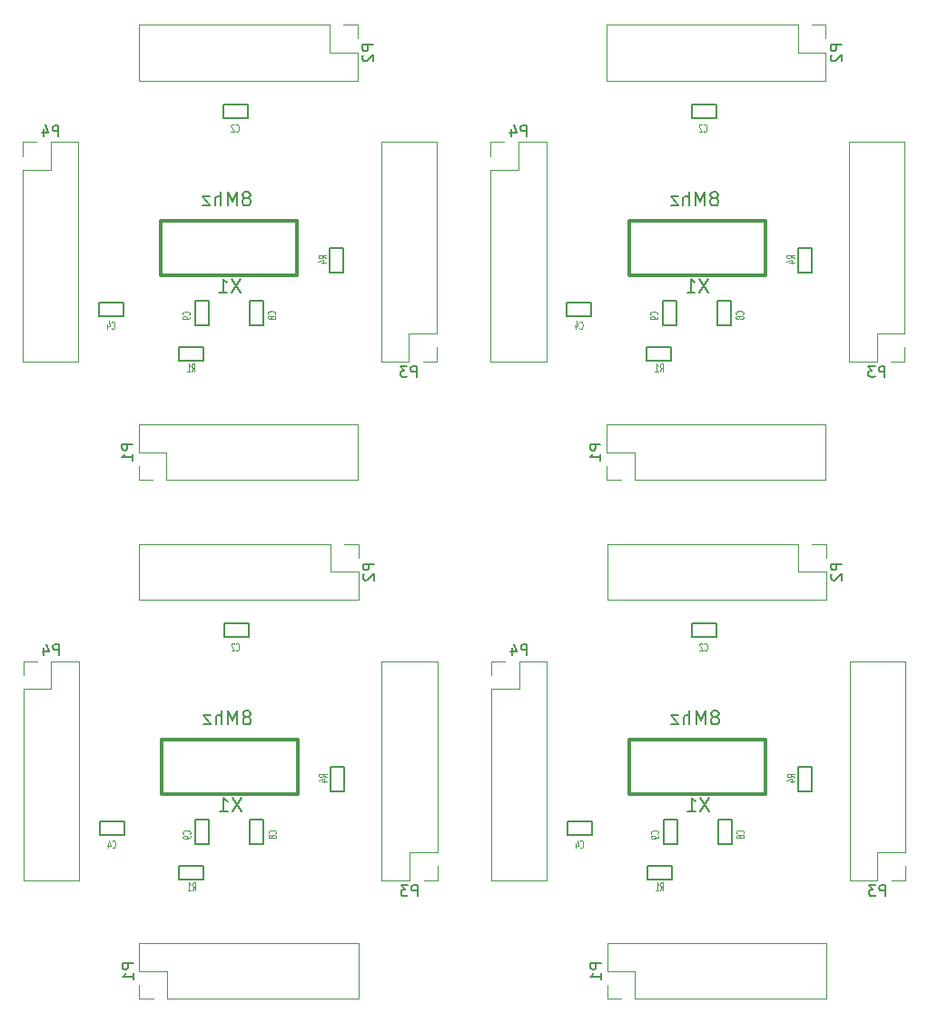
<source format=gbo>
G04 #@! TF.FileFunction,Legend,Bot*
%FSLAX46Y46*%
G04 Gerber Fmt 4.6, Leading zero omitted, Abs format (unit mm)*
G04 Created by KiCad (PCBNEW 4.0.5+dfsg1-4) date Mon Jul  9 23:17:01 2018*
%MOMM*%
%LPD*%
G01*
G04 APERTURE LIST*
%ADD10C,0.150000*%
%ADD11C,0.120000*%
%ADD12C,0.127000*%
%ADD13C,0.304800*%
%ADD14C,0.114300*%
%ADD15C,0.203200*%
G04 APERTURE END LIST*
D10*
D11*
X154575200Y-51435000D02*
X154575200Y-69275000D01*
X154575200Y-69275000D02*
X159775200Y-69275000D01*
X159775200Y-69275000D02*
X159775200Y-48835000D01*
X159775200Y-48835000D02*
X157175200Y-48835000D01*
X157175200Y-48835000D02*
X157175200Y-51435000D01*
X157175200Y-51435000D02*
X154575200Y-51435000D01*
X154575200Y-50165000D02*
X154575200Y-48835000D01*
X154575200Y-48835000D02*
X155845200Y-48835000D01*
X167970200Y-80324000D02*
X185810200Y-80324000D01*
X185810200Y-80324000D02*
X185810200Y-75124000D01*
X185810200Y-75124000D02*
X165370200Y-75124000D01*
X165370200Y-75124000D02*
X165370200Y-77724000D01*
X165370200Y-77724000D02*
X167970200Y-77724000D01*
X167970200Y-77724000D02*
X167970200Y-80324000D01*
X166700200Y-80324000D02*
X165370200Y-80324000D01*
X165370200Y-80324000D02*
X165370200Y-79054000D01*
X193176200Y-66675000D02*
X193176200Y-48835000D01*
X193176200Y-48835000D02*
X187976200Y-48835000D01*
X187976200Y-48835000D02*
X187976200Y-69275000D01*
X187976200Y-69275000D02*
X190576200Y-69275000D01*
X190576200Y-69275000D02*
X190576200Y-66675000D01*
X190576200Y-66675000D02*
X193176200Y-66675000D01*
X193176200Y-67945000D02*
X193176200Y-69275000D01*
X193176200Y-69275000D02*
X191906200Y-69275000D01*
X183210200Y-37913000D02*
X165370200Y-37913000D01*
X165370200Y-37913000D02*
X165370200Y-43113000D01*
X165370200Y-43113000D02*
X185810200Y-43113000D01*
X185810200Y-43113000D02*
X185810200Y-40513000D01*
X185810200Y-40513000D02*
X183210200Y-40513000D01*
X183210200Y-40513000D02*
X183210200Y-37913000D01*
X184480200Y-37913000D02*
X185810200Y-37913000D01*
X185810200Y-37913000D02*
X185810200Y-39183000D01*
D12*
X183210200Y-58674000D02*
X183210200Y-60960000D01*
X183210200Y-60960000D02*
X184480200Y-60960000D01*
X184480200Y-60960000D02*
X184480200Y-58674000D01*
X184480200Y-58674000D02*
X183210200Y-58674000D01*
X171399200Y-67945000D02*
X169113200Y-67945000D01*
X169113200Y-67945000D02*
X169113200Y-69215000D01*
X169113200Y-69215000D02*
X171399200Y-69215000D01*
X171399200Y-69215000D02*
X171399200Y-67945000D01*
X175590200Y-45339000D02*
X173304200Y-45339000D01*
X173304200Y-45339000D02*
X173304200Y-46609000D01*
X173304200Y-46609000D02*
X175590200Y-46609000D01*
X175590200Y-46609000D02*
X175590200Y-45339000D01*
X161683700Y-65087500D02*
X163969700Y-65087500D01*
X163969700Y-65087500D02*
X163969700Y-63817500D01*
X163969700Y-63817500D02*
X161683700Y-63817500D01*
X161683700Y-63817500D02*
X161683700Y-65087500D01*
X175717200Y-63627000D02*
X175717200Y-65913000D01*
X175717200Y-65913000D02*
X176987200Y-65913000D01*
X176987200Y-65913000D02*
X176987200Y-63627000D01*
X176987200Y-63627000D02*
X175717200Y-63627000D01*
X170637200Y-63627000D02*
X170637200Y-65913000D01*
X170637200Y-65913000D02*
X171907200Y-65913000D01*
X171907200Y-65913000D02*
X171907200Y-63627000D01*
X171907200Y-63627000D02*
X170637200Y-63627000D01*
D13*
X167462200Y-61214000D02*
X180162200Y-61214000D01*
X180162200Y-61214000D02*
X180162200Y-56134000D01*
X180162200Y-56134000D02*
X167462200Y-56134000D01*
X167462200Y-56134000D02*
X167462200Y-61214000D01*
X167513000Y-109575600D02*
X180213000Y-109575600D01*
X180213000Y-109575600D02*
X180213000Y-104495600D01*
X180213000Y-104495600D02*
X167513000Y-104495600D01*
X167513000Y-104495600D02*
X167513000Y-109575600D01*
D12*
X170688000Y-111988600D02*
X170688000Y-114274600D01*
X170688000Y-114274600D02*
X171958000Y-114274600D01*
X171958000Y-114274600D02*
X171958000Y-111988600D01*
X171958000Y-111988600D02*
X170688000Y-111988600D01*
X175768000Y-111988600D02*
X175768000Y-114274600D01*
X175768000Y-114274600D02*
X177038000Y-114274600D01*
X177038000Y-114274600D02*
X177038000Y-111988600D01*
X177038000Y-111988600D02*
X175768000Y-111988600D01*
X161734500Y-113449100D02*
X164020500Y-113449100D01*
X164020500Y-113449100D02*
X164020500Y-112179100D01*
X164020500Y-112179100D02*
X161734500Y-112179100D01*
X161734500Y-112179100D02*
X161734500Y-113449100D01*
X175641000Y-93700600D02*
X173355000Y-93700600D01*
X173355000Y-93700600D02*
X173355000Y-94970600D01*
X173355000Y-94970600D02*
X175641000Y-94970600D01*
X175641000Y-94970600D02*
X175641000Y-93700600D01*
X171450000Y-116306600D02*
X169164000Y-116306600D01*
X169164000Y-116306600D02*
X169164000Y-117576600D01*
X169164000Y-117576600D02*
X171450000Y-117576600D01*
X171450000Y-117576600D02*
X171450000Y-116306600D01*
X183261000Y-107035600D02*
X183261000Y-109321600D01*
X183261000Y-109321600D02*
X184531000Y-109321600D01*
X184531000Y-109321600D02*
X184531000Y-107035600D01*
X184531000Y-107035600D02*
X183261000Y-107035600D01*
D11*
X183261000Y-86274600D02*
X165421000Y-86274600D01*
X165421000Y-86274600D02*
X165421000Y-91474600D01*
X165421000Y-91474600D02*
X185861000Y-91474600D01*
X185861000Y-91474600D02*
X185861000Y-88874600D01*
X185861000Y-88874600D02*
X183261000Y-88874600D01*
X183261000Y-88874600D02*
X183261000Y-86274600D01*
X184531000Y-86274600D02*
X185861000Y-86274600D01*
X185861000Y-86274600D02*
X185861000Y-87544600D01*
X193227000Y-115036600D02*
X193227000Y-97196600D01*
X193227000Y-97196600D02*
X188027000Y-97196600D01*
X188027000Y-97196600D02*
X188027000Y-117636600D01*
X188027000Y-117636600D02*
X190627000Y-117636600D01*
X190627000Y-117636600D02*
X190627000Y-115036600D01*
X190627000Y-115036600D02*
X193227000Y-115036600D01*
X193227000Y-116306600D02*
X193227000Y-117636600D01*
X193227000Y-117636600D02*
X191957000Y-117636600D01*
X168021000Y-128685600D02*
X185861000Y-128685600D01*
X185861000Y-128685600D02*
X185861000Y-123485600D01*
X185861000Y-123485600D02*
X165421000Y-123485600D01*
X165421000Y-123485600D02*
X165421000Y-126085600D01*
X165421000Y-126085600D02*
X168021000Y-126085600D01*
X168021000Y-126085600D02*
X168021000Y-128685600D01*
X166751000Y-128685600D02*
X165421000Y-128685600D01*
X165421000Y-128685600D02*
X165421000Y-127415600D01*
X154626000Y-99796600D02*
X154626000Y-117636600D01*
X154626000Y-117636600D02*
X159826000Y-117636600D01*
X159826000Y-117636600D02*
X159826000Y-97196600D01*
X159826000Y-97196600D02*
X157226000Y-97196600D01*
X157226000Y-97196600D02*
X157226000Y-99796600D01*
X157226000Y-99796600D02*
X154626000Y-99796600D01*
X154626000Y-98526600D02*
X154626000Y-97196600D01*
X154626000Y-97196600D02*
X155896000Y-97196600D01*
X110988800Y-99796600D02*
X110988800Y-117636600D01*
X110988800Y-117636600D02*
X116188800Y-117636600D01*
X116188800Y-117636600D02*
X116188800Y-97196600D01*
X116188800Y-97196600D02*
X113588800Y-97196600D01*
X113588800Y-97196600D02*
X113588800Y-99796600D01*
X113588800Y-99796600D02*
X110988800Y-99796600D01*
X110988800Y-98526600D02*
X110988800Y-97196600D01*
X110988800Y-97196600D02*
X112258800Y-97196600D01*
X124383800Y-128685600D02*
X142223800Y-128685600D01*
X142223800Y-128685600D02*
X142223800Y-123485600D01*
X142223800Y-123485600D02*
X121783800Y-123485600D01*
X121783800Y-123485600D02*
X121783800Y-126085600D01*
X121783800Y-126085600D02*
X124383800Y-126085600D01*
X124383800Y-126085600D02*
X124383800Y-128685600D01*
X123113800Y-128685600D02*
X121783800Y-128685600D01*
X121783800Y-128685600D02*
X121783800Y-127415600D01*
X149589800Y-115036600D02*
X149589800Y-97196600D01*
X149589800Y-97196600D02*
X144389800Y-97196600D01*
X144389800Y-97196600D02*
X144389800Y-117636600D01*
X144389800Y-117636600D02*
X146989800Y-117636600D01*
X146989800Y-117636600D02*
X146989800Y-115036600D01*
X146989800Y-115036600D02*
X149589800Y-115036600D01*
X149589800Y-116306600D02*
X149589800Y-117636600D01*
X149589800Y-117636600D02*
X148319800Y-117636600D01*
X139623800Y-86274600D02*
X121783800Y-86274600D01*
X121783800Y-86274600D02*
X121783800Y-91474600D01*
X121783800Y-91474600D02*
X142223800Y-91474600D01*
X142223800Y-91474600D02*
X142223800Y-88874600D01*
X142223800Y-88874600D02*
X139623800Y-88874600D01*
X139623800Y-88874600D02*
X139623800Y-86274600D01*
X140893800Y-86274600D02*
X142223800Y-86274600D01*
X142223800Y-86274600D02*
X142223800Y-87544600D01*
D12*
X139623800Y-107035600D02*
X139623800Y-109321600D01*
X139623800Y-109321600D02*
X140893800Y-109321600D01*
X140893800Y-109321600D02*
X140893800Y-107035600D01*
X140893800Y-107035600D02*
X139623800Y-107035600D01*
X127812800Y-116306600D02*
X125526800Y-116306600D01*
X125526800Y-116306600D02*
X125526800Y-117576600D01*
X125526800Y-117576600D02*
X127812800Y-117576600D01*
X127812800Y-117576600D02*
X127812800Y-116306600D01*
X132003800Y-93700600D02*
X129717800Y-93700600D01*
X129717800Y-93700600D02*
X129717800Y-94970600D01*
X129717800Y-94970600D02*
X132003800Y-94970600D01*
X132003800Y-94970600D02*
X132003800Y-93700600D01*
X118097300Y-113449100D02*
X120383300Y-113449100D01*
X120383300Y-113449100D02*
X120383300Y-112179100D01*
X120383300Y-112179100D02*
X118097300Y-112179100D01*
X118097300Y-112179100D02*
X118097300Y-113449100D01*
X132130800Y-111988600D02*
X132130800Y-114274600D01*
X132130800Y-114274600D02*
X133400800Y-114274600D01*
X133400800Y-114274600D02*
X133400800Y-111988600D01*
X133400800Y-111988600D02*
X132130800Y-111988600D01*
X127050800Y-111988600D02*
X127050800Y-114274600D01*
X127050800Y-114274600D02*
X128320800Y-114274600D01*
X128320800Y-114274600D02*
X128320800Y-111988600D01*
X128320800Y-111988600D02*
X127050800Y-111988600D01*
D13*
X123875800Y-109575600D02*
X136575800Y-109575600D01*
X136575800Y-109575600D02*
X136575800Y-104495600D01*
X136575800Y-104495600D02*
X123875800Y-104495600D01*
X123875800Y-104495600D02*
X123875800Y-109575600D01*
X123825000Y-61214000D02*
X136525000Y-61214000D01*
X136525000Y-61214000D02*
X136525000Y-56134000D01*
X136525000Y-56134000D02*
X123825000Y-56134000D01*
X123825000Y-56134000D02*
X123825000Y-61214000D01*
D12*
X127000000Y-63627000D02*
X127000000Y-65913000D01*
X127000000Y-65913000D02*
X128270000Y-65913000D01*
X128270000Y-65913000D02*
X128270000Y-63627000D01*
X128270000Y-63627000D02*
X127000000Y-63627000D01*
X132080000Y-63627000D02*
X132080000Y-65913000D01*
X132080000Y-65913000D02*
X133350000Y-65913000D01*
X133350000Y-65913000D02*
X133350000Y-63627000D01*
X133350000Y-63627000D02*
X132080000Y-63627000D01*
X118046500Y-65087500D02*
X120332500Y-65087500D01*
X120332500Y-65087500D02*
X120332500Y-63817500D01*
X120332500Y-63817500D02*
X118046500Y-63817500D01*
X118046500Y-63817500D02*
X118046500Y-65087500D01*
X131953000Y-45339000D02*
X129667000Y-45339000D01*
X129667000Y-45339000D02*
X129667000Y-46609000D01*
X129667000Y-46609000D02*
X131953000Y-46609000D01*
X131953000Y-46609000D02*
X131953000Y-45339000D01*
X127762000Y-67945000D02*
X125476000Y-67945000D01*
X125476000Y-67945000D02*
X125476000Y-69215000D01*
X125476000Y-69215000D02*
X127762000Y-69215000D01*
X127762000Y-69215000D02*
X127762000Y-67945000D01*
X139573000Y-58674000D02*
X139573000Y-60960000D01*
X139573000Y-60960000D02*
X140843000Y-60960000D01*
X140843000Y-60960000D02*
X140843000Y-58674000D01*
X140843000Y-58674000D02*
X139573000Y-58674000D01*
D11*
X139573000Y-37913000D02*
X121733000Y-37913000D01*
X121733000Y-37913000D02*
X121733000Y-43113000D01*
X121733000Y-43113000D02*
X142173000Y-43113000D01*
X142173000Y-43113000D02*
X142173000Y-40513000D01*
X142173000Y-40513000D02*
X139573000Y-40513000D01*
X139573000Y-40513000D02*
X139573000Y-37913000D01*
X140843000Y-37913000D02*
X142173000Y-37913000D01*
X142173000Y-37913000D02*
X142173000Y-39183000D01*
X149539000Y-66675000D02*
X149539000Y-48835000D01*
X149539000Y-48835000D02*
X144339000Y-48835000D01*
X144339000Y-48835000D02*
X144339000Y-69275000D01*
X144339000Y-69275000D02*
X146939000Y-69275000D01*
X146939000Y-69275000D02*
X146939000Y-66675000D01*
X146939000Y-66675000D02*
X149539000Y-66675000D01*
X149539000Y-67945000D02*
X149539000Y-69275000D01*
X149539000Y-69275000D02*
X148269000Y-69275000D01*
X124333000Y-80324000D02*
X142173000Y-80324000D01*
X142173000Y-80324000D02*
X142173000Y-75124000D01*
X142173000Y-75124000D02*
X121733000Y-75124000D01*
X121733000Y-75124000D02*
X121733000Y-77724000D01*
X121733000Y-77724000D02*
X124333000Y-77724000D01*
X124333000Y-77724000D02*
X124333000Y-80324000D01*
X123063000Y-80324000D02*
X121733000Y-80324000D01*
X121733000Y-80324000D02*
X121733000Y-79054000D01*
X110938000Y-51435000D02*
X110938000Y-69275000D01*
X110938000Y-69275000D02*
X116138000Y-69275000D01*
X116138000Y-69275000D02*
X116138000Y-48835000D01*
X116138000Y-48835000D02*
X113538000Y-48835000D01*
X113538000Y-48835000D02*
X113538000Y-51435000D01*
X113538000Y-51435000D02*
X110938000Y-51435000D01*
X110938000Y-50165000D02*
X110938000Y-48835000D01*
X110938000Y-48835000D02*
X112208000Y-48835000D01*
D10*
X157913295Y-48287381D02*
X157913295Y-47287381D01*
X157532342Y-47287381D01*
X157437104Y-47335000D01*
X157389485Y-47382619D01*
X157341866Y-47477857D01*
X157341866Y-47620714D01*
X157389485Y-47715952D01*
X157437104Y-47763571D01*
X157532342Y-47811190D01*
X157913295Y-47811190D01*
X156484723Y-47620714D02*
X156484723Y-48287381D01*
X156722819Y-47239762D02*
X156960914Y-47954048D01*
X156341866Y-47954048D01*
X164822581Y-76985905D02*
X163822581Y-76985905D01*
X163822581Y-77366858D01*
X163870200Y-77462096D01*
X163917819Y-77509715D01*
X164013057Y-77557334D01*
X164155914Y-77557334D01*
X164251152Y-77509715D01*
X164298771Y-77462096D01*
X164346390Y-77366858D01*
X164346390Y-76985905D01*
X164822581Y-78509715D02*
X164822581Y-77938286D01*
X164822581Y-78224000D02*
X163822581Y-78224000D01*
X163965438Y-78128762D01*
X164060676Y-78033524D01*
X164108295Y-77938286D01*
X191314295Y-70727381D02*
X191314295Y-69727381D01*
X190933342Y-69727381D01*
X190838104Y-69775000D01*
X190790485Y-69822619D01*
X190742866Y-69917857D01*
X190742866Y-70060714D01*
X190790485Y-70155952D01*
X190838104Y-70203571D01*
X190933342Y-70251190D01*
X191314295Y-70251190D01*
X190409533Y-69727381D02*
X189790485Y-69727381D01*
X190123819Y-70108333D01*
X189980961Y-70108333D01*
X189885723Y-70155952D01*
X189838104Y-70203571D01*
X189790485Y-70298810D01*
X189790485Y-70536905D01*
X189838104Y-70632143D01*
X189885723Y-70679762D01*
X189980961Y-70727381D01*
X190266676Y-70727381D01*
X190361914Y-70679762D01*
X190409533Y-70632143D01*
X187262581Y-39774905D02*
X186262581Y-39774905D01*
X186262581Y-40155858D01*
X186310200Y-40251096D01*
X186357819Y-40298715D01*
X186453057Y-40346334D01*
X186595914Y-40346334D01*
X186691152Y-40298715D01*
X186738771Y-40251096D01*
X186786390Y-40155858D01*
X186786390Y-39774905D01*
X186357819Y-40727286D02*
X186310200Y-40774905D01*
X186262581Y-40870143D01*
X186262581Y-41108239D01*
X186310200Y-41203477D01*
X186357819Y-41251096D01*
X186453057Y-41298715D01*
X186548295Y-41298715D01*
X186691152Y-41251096D01*
X187262581Y-40679667D01*
X187262581Y-41298715D01*
D14*
X182871533Y-59664600D02*
X182532867Y-59512200D01*
X182871533Y-59403343D02*
X182160333Y-59403343D01*
X182160333Y-59577515D01*
X182194200Y-59621057D01*
X182228067Y-59642829D01*
X182295800Y-59664600D01*
X182397400Y-59664600D01*
X182465133Y-59642829D01*
X182499000Y-59621057D01*
X182532867Y-59577515D01*
X182532867Y-59403343D01*
X182397400Y-60056486D02*
X182871533Y-60056486D01*
X182126467Y-59947629D02*
X182634467Y-59838772D01*
X182634467Y-60121800D01*
X170332400Y-70197133D02*
X170484800Y-69858467D01*
X170593657Y-70197133D02*
X170593657Y-69485933D01*
X170419485Y-69485933D01*
X170375943Y-69519800D01*
X170354171Y-69553667D01*
X170332400Y-69621400D01*
X170332400Y-69723000D01*
X170354171Y-69790733D01*
X170375943Y-69824600D01*
X170419485Y-69858467D01*
X170593657Y-69858467D01*
X169896971Y-70197133D02*
X170158228Y-70197133D01*
X170027600Y-70197133D02*
X170027600Y-69485933D01*
X170071143Y-69587533D01*
X170114685Y-69655267D01*
X170158228Y-69689133D01*
X174421800Y-47802800D02*
X174443571Y-47836667D01*
X174508885Y-47870533D01*
X174552428Y-47870533D01*
X174617743Y-47836667D01*
X174661285Y-47768933D01*
X174683057Y-47701200D01*
X174704828Y-47565733D01*
X174704828Y-47464133D01*
X174683057Y-47328667D01*
X174661285Y-47260933D01*
X174617743Y-47193200D01*
X174552428Y-47159333D01*
X174508885Y-47159333D01*
X174443571Y-47193200D01*
X174421800Y-47227067D01*
X174247628Y-47227067D02*
X174225857Y-47193200D01*
X174182314Y-47159333D01*
X174073457Y-47159333D01*
X174029914Y-47193200D01*
X174008143Y-47227067D01*
X173986371Y-47294800D01*
X173986371Y-47362533D01*
X174008143Y-47464133D01*
X174269400Y-47870533D01*
X173986371Y-47870533D01*
X162864800Y-66192400D02*
X162886571Y-66226267D01*
X162951885Y-66260133D01*
X162995428Y-66260133D01*
X163060743Y-66226267D01*
X163104285Y-66158533D01*
X163126057Y-66090800D01*
X163147828Y-65955333D01*
X163147828Y-65853733D01*
X163126057Y-65718267D01*
X163104285Y-65650533D01*
X163060743Y-65582800D01*
X162995428Y-65548933D01*
X162951885Y-65548933D01*
X162886571Y-65582800D01*
X162864800Y-65616667D01*
X162472914Y-65786000D02*
X162472914Y-66260133D01*
X162581771Y-65515067D02*
X162690628Y-66023067D01*
X162407600Y-66023067D01*
X178079400Y-64871600D02*
X178113267Y-64849829D01*
X178147133Y-64784515D01*
X178147133Y-64740972D01*
X178113267Y-64675657D01*
X178045533Y-64632115D01*
X177977800Y-64610343D01*
X177842333Y-64588572D01*
X177740733Y-64588572D01*
X177605267Y-64610343D01*
X177537533Y-64632115D01*
X177469800Y-64675657D01*
X177435933Y-64740972D01*
X177435933Y-64784515D01*
X177469800Y-64849829D01*
X177503667Y-64871600D01*
X177740733Y-65132857D02*
X177706867Y-65089315D01*
X177673000Y-65067543D01*
X177605267Y-65045772D01*
X177571400Y-65045772D01*
X177503667Y-65067543D01*
X177469800Y-65089315D01*
X177435933Y-65132857D01*
X177435933Y-65219943D01*
X177469800Y-65263486D01*
X177503667Y-65285257D01*
X177571400Y-65307029D01*
X177605267Y-65307029D01*
X177673000Y-65285257D01*
X177706867Y-65263486D01*
X177740733Y-65219943D01*
X177740733Y-65132857D01*
X177774600Y-65089315D01*
X177808467Y-65067543D01*
X177876200Y-65045772D01*
X178011667Y-65045772D01*
X178079400Y-65067543D01*
X178113267Y-65089315D01*
X178147133Y-65132857D01*
X178147133Y-65219943D01*
X178113267Y-65263486D01*
X178079400Y-65285257D01*
X178011667Y-65307029D01*
X177876200Y-65307029D01*
X177808467Y-65285257D01*
X177774600Y-65263486D01*
X177740733Y-65219943D01*
X170078400Y-64922400D02*
X170112267Y-64900629D01*
X170146133Y-64835315D01*
X170146133Y-64791772D01*
X170112267Y-64726457D01*
X170044533Y-64682915D01*
X169976800Y-64661143D01*
X169841333Y-64639372D01*
X169739733Y-64639372D01*
X169604267Y-64661143D01*
X169536533Y-64682915D01*
X169468800Y-64726457D01*
X169434933Y-64791772D01*
X169434933Y-64835315D01*
X169468800Y-64900629D01*
X169502667Y-64922400D01*
X170146133Y-65140115D02*
X170146133Y-65227200D01*
X170112267Y-65270743D01*
X170078400Y-65292515D01*
X169976800Y-65336057D01*
X169841333Y-65357829D01*
X169570400Y-65357829D01*
X169502667Y-65336057D01*
X169468800Y-65314286D01*
X169434933Y-65270743D01*
X169434933Y-65183657D01*
X169468800Y-65140115D01*
X169502667Y-65118343D01*
X169570400Y-65096572D01*
X169739733Y-65096572D01*
X169807467Y-65118343D01*
X169841333Y-65140115D01*
X169875200Y-65183657D01*
X169875200Y-65270743D01*
X169841333Y-65314286D01*
X169807467Y-65336057D01*
X169739733Y-65357829D01*
D15*
X174891095Y-61559924D02*
X174044429Y-62829924D01*
X174044429Y-61559924D02*
X174891095Y-62829924D01*
X172895381Y-62829924D02*
X173621095Y-62829924D01*
X173258238Y-62829924D02*
X173258238Y-61559924D01*
X173379190Y-61741352D01*
X173500143Y-61862305D01*
X173621095Y-61922781D01*
X175544238Y-54027010D02*
X175665191Y-53966533D01*
X175725667Y-53906057D01*
X175786143Y-53785105D01*
X175786143Y-53724629D01*
X175725667Y-53603676D01*
X175665191Y-53543200D01*
X175544238Y-53482724D01*
X175302334Y-53482724D01*
X175181381Y-53543200D01*
X175120905Y-53603676D01*
X175060429Y-53724629D01*
X175060429Y-53785105D01*
X175120905Y-53906057D01*
X175181381Y-53966533D01*
X175302334Y-54027010D01*
X175544238Y-54027010D01*
X175665191Y-54087486D01*
X175725667Y-54147962D01*
X175786143Y-54268914D01*
X175786143Y-54510819D01*
X175725667Y-54631771D01*
X175665191Y-54692248D01*
X175544238Y-54752724D01*
X175302334Y-54752724D01*
X175181381Y-54692248D01*
X175120905Y-54631771D01*
X175060429Y-54510819D01*
X175060429Y-54268914D01*
X175120905Y-54147962D01*
X175181381Y-54087486D01*
X175302334Y-54027010D01*
X174516143Y-54752724D02*
X174516143Y-53482724D01*
X174092810Y-54389867D01*
X173669476Y-53482724D01*
X173669476Y-54752724D01*
X173064714Y-54752724D02*
X173064714Y-53482724D01*
X172520428Y-54752724D02*
X172520428Y-54087486D01*
X172580905Y-53966533D01*
X172701857Y-53906057D01*
X172883285Y-53906057D01*
X173004238Y-53966533D01*
X173064714Y-54027010D01*
X172036618Y-53906057D02*
X171371380Y-53906057D01*
X172036618Y-54752724D01*
X171371380Y-54752724D01*
X174941895Y-109921524D02*
X174095229Y-111191524D01*
X174095229Y-109921524D02*
X174941895Y-111191524D01*
X172946181Y-111191524D02*
X173671895Y-111191524D01*
X173309038Y-111191524D02*
X173309038Y-109921524D01*
X173429990Y-110102952D01*
X173550943Y-110223905D01*
X173671895Y-110284381D01*
X175595038Y-102388610D02*
X175715991Y-102328133D01*
X175776467Y-102267657D01*
X175836943Y-102146705D01*
X175836943Y-102086229D01*
X175776467Y-101965276D01*
X175715991Y-101904800D01*
X175595038Y-101844324D01*
X175353134Y-101844324D01*
X175232181Y-101904800D01*
X175171705Y-101965276D01*
X175111229Y-102086229D01*
X175111229Y-102146705D01*
X175171705Y-102267657D01*
X175232181Y-102328133D01*
X175353134Y-102388610D01*
X175595038Y-102388610D01*
X175715991Y-102449086D01*
X175776467Y-102509562D01*
X175836943Y-102630514D01*
X175836943Y-102872419D01*
X175776467Y-102993371D01*
X175715991Y-103053848D01*
X175595038Y-103114324D01*
X175353134Y-103114324D01*
X175232181Y-103053848D01*
X175171705Y-102993371D01*
X175111229Y-102872419D01*
X175111229Y-102630514D01*
X175171705Y-102509562D01*
X175232181Y-102449086D01*
X175353134Y-102388610D01*
X174566943Y-103114324D02*
X174566943Y-101844324D01*
X174143610Y-102751467D01*
X173720276Y-101844324D01*
X173720276Y-103114324D01*
X173115514Y-103114324D02*
X173115514Y-101844324D01*
X172571228Y-103114324D02*
X172571228Y-102449086D01*
X172631705Y-102328133D01*
X172752657Y-102267657D01*
X172934085Y-102267657D01*
X173055038Y-102328133D01*
X173115514Y-102388610D01*
X172087418Y-102267657D02*
X171422180Y-102267657D01*
X172087418Y-103114324D01*
X171422180Y-103114324D01*
D14*
X170129200Y-113284000D02*
X170163067Y-113262229D01*
X170196933Y-113196915D01*
X170196933Y-113153372D01*
X170163067Y-113088057D01*
X170095333Y-113044515D01*
X170027600Y-113022743D01*
X169892133Y-113000972D01*
X169790533Y-113000972D01*
X169655067Y-113022743D01*
X169587333Y-113044515D01*
X169519600Y-113088057D01*
X169485733Y-113153372D01*
X169485733Y-113196915D01*
X169519600Y-113262229D01*
X169553467Y-113284000D01*
X170196933Y-113501715D02*
X170196933Y-113588800D01*
X170163067Y-113632343D01*
X170129200Y-113654115D01*
X170027600Y-113697657D01*
X169892133Y-113719429D01*
X169621200Y-113719429D01*
X169553467Y-113697657D01*
X169519600Y-113675886D01*
X169485733Y-113632343D01*
X169485733Y-113545257D01*
X169519600Y-113501715D01*
X169553467Y-113479943D01*
X169621200Y-113458172D01*
X169790533Y-113458172D01*
X169858267Y-113479943D01*
X169892133Y-113501715D01*
X169926000Y-113545257D01*
X169926000Y-113632343D01*
X169892133Y-113675886D01*
X169858267Y-113697657D01*
X169790533Y-113719429D01*
X178130200Y-113233200D02*
X178164067Y-113211429D01*
X178197933Y-113146115D01*
X178197933Y-113102572D01*
X178164067Y-113037257D01*
X178096333Y-112993715D01*
X178028600Y-112971943D01*
X177893133Y-112950172D01*
X177791533Y-112950172D01*
X177656067Y-112971943D01*
X177588333Y-112993715D01*
X177520600Y-113037257D01*
X177486733Y-113102572D01*
X177486733Y-113146115D01*
X177520600Y-113211429D01*
X177554467Y-113233200D01*
X177791533Y-113494457D02*
X177757667Y-113450915D01*
X177723800Y-113429143D01*
X177656067Y-113407372D01*
X177622200Y-113407372D01*
X177554467Y-113429143D01*
X177520600Y-113450915D01*
X177486733Y-113494457D01*
X177486733Y-113581543D01*
X177520600Y-113625086D01*
X177554467Y-113646857D01*
X177622200Y-113668629D01*
X177656067Y-113668629D01*
X177723800Y-113646857D01*
X177757667Y-113625086D01*
X177791533Y-113581543D01*
X177791533Y-113494457D01*
X177825400Y-113450915D01*
X177859267Y-113429143D01*
X177927000Y-113407372D01*
X178062467Y-113407372D01*
X178130200Y-113429143D01*
X178164067Y-113450915D01*
X178197933Y-113494457D01*
X178197933Y-113581543D01*
X178164067Y-113625086D01*
X178130200Y-113646857D01*
X178062467Y-113668629D01*
X177927000Y-113668629D01*
X177859267Y-113646857D01*
X177825400Y-113625086D01*
X177791533Y-113581543D01*
X162915600Y-114554000D02*
X162937371Y-114587867D01*
X163002685Y-114621733D01*
X163046228Y-114621733D01*
X163111543Y-114587867D01*
X163155085Y-114520133D01*
X163176857Y-114452400D01*
X163198628Y-114316933D01*
X163198628Y-114215333D01*
X163176857Y-114079867D01*
X163155085Y-114012133D01*
X163111543Y-113944400D01*
X163046228Y-113910533D01*
X163002685Y-113910533D01*
X162937371Y-113944400D01*
X162915600Y-113978267D01*
X162523714Y-114147600D02*
X162523714Y-114621733D01*
X162632571Y-113876667D02*
X162741428Y-114384667D01*
X162458400Y-114384667D01*
X174472600Y-96164400D02*
X174494371Y-96198267D01*
X174559685Y-96232133D01*
X174603228Y-96232133D01*
X174668543Y-96198267D01*
X174712085Y-96130533D01*
X174733857Y-96062800D01*
X174755628Y-95927333D01*
X174755628Y-95825733D01*
X174733857Y-95690267D01*
X174712085Y-95622533D01*
X174668543Y-95554800D01*
X174603228Y-95520933D01*
X174559685Y-95520933D01*
X174494371Y-95554800D01*
X174472600Y-95588667D01*
X174298428Y-95588667D02*
X174276657Y-95554800D01*
X174233114Y-95520933D01*
X174124257Y-95520933D01*
X174080714Y-95554800D01*
X174058943Y-95588667D01*
X174037171Y-95656400D01*
X174037171Y-95724133D01*
X174058943Y-95825733D01*
X174320200Y-96232133D01*
X174037171Y-96232133D01*
X170383200Y-118558733D02*
X170535600Y-118220067D01*
X170644457Y-118558733D02*
X170644457Y-117847533D01*
X170470285Y-117847533D01*
X170426743Y-117881400D01*
X170404971Y-117915267D01*
X170383200Y-117983000D01*
X170383200Y-118084600D01*
X170404971Y-118152333D01*
X170426743Y-118186200D01*
X170470285Y-118220067D01*
X170644457Y-118220067D01*
X169947771Y-118558733D02*
X170209028Y-118558733D01*
X170078400Y-118558733D02*
X170078400Y-117847533D01*
X170121943Y-117949133D01*
X170165485Y-118016867D01*
X170209028Y-118050733D01*
X182922333Y-108026200D02*
X182583667Y-107873800D01*
X182922333Y-107764943D02*
X182211133Y-107764943D01*
X182211133Y-107939115D01*
X182245000Y-107982657D01*
X182278867Y-108004429D01*
X182346600Y-108026200D01*
X182448200Y-108026200D01*
X182515933Y-108004429D01*
X182549800Y-107982657D01*
X182583667Y-107939115D01*
X182583667Y-107764943D01*
X182448200Y-108418086D02*
X182922333Y-108418086D01*
X182177267Y-108309229D02*
X182685267Y-108200372D01*
X182685267Y-108483400D01*
D10*
X187313381Y-88136505D02*
X186313381Y-88136505D01*
X186313381Y-88517458D01*
X186361000Y-88612696D01*
X186408619Y-88660315D01*
X186503857Y-88707934D01*
X186646714Y-88707934D01*
X186741952Y-88660315D01*
X186789571Y-88612696D01*
X186837190Y-88517458D01*
X186837190Y-88136505D01*
X186408619Y-89088886D02*
X186361000Y-89136505D01*
X186313381Y-89231743D01*
X186313381Y-89469839D01*
X186361000Y-89565077D01*
X186408619Y-89612696D01*
X186503857Y-89660315D01*
X186599095Y-89660315D01*
X186741952Y-89612696D01*
X187313381Y-89041267D01*
X187313381Y-89660315D01*
X191365095Y-119088981D02*
X191365095Y-118088981D01*
X190984142Y-118088981D01*
X190888904Y-118136600D01*
X190841285Y-118184219D01*
X190793666Y-118279457D01*
X190793666Y-118422314D01*
X190841285Y-118517552D01*
X190888904Y-118565171D01*
X190984142Y-118612790D01*
X191365095Y-118612790D01*
X190460333Y-118088981D02*
X189841285Y-118088981D01*
X190174619Y-118469933D01*
X190031761Y-118469933D01*
X189936523Y-118517552D01*
X189888904Y-118565171D01*
X189841285Y-118660410D01*
X189841285Y-118898505D01*
X189888904Y-118993743D01*
X189936523Y-119041362D01*
X190031761Y-119088981D01*
X190317476Y-119088981D01*
X190412714Y-119041362D01*
X190460333Y-118993743D01*
X164873381Y-125347505D02*
X163873381Y-125347505D01*
X163873381Y-125728458D01*
X163921000Y-125823696D01*
X163968619Y-125871315D01*
X164063857Y-125918934D01*
X164206714Y-125918934D01*
X164301952Y-125871315D01*
X164349571Y-125823696D01*
X164397190Y-125728458D01*
X164397190Y-125347505D01*
X164873381Y-126871315D02*
X164873381Y-126299886D01*
X164873381Y-126585600D02*
X163873381Y-126585600D01*
X164016238Y-126490362D01*
X164111476Y-126395124D01*
X164159095Y-126299886D01*
X157964095Y-96648981D02*
X157964095Y-95648981D01*
X157583142Y-95648981D01*
X157487904Y-95696600D01*
X157440285Y-95744219D01*
X157392666Y-95839457D01*
X157392666Y-95982314D01*
X157440285Y-96077552D01*
X157487904Y-96125171D01*
X157583142Y-96172790D01*
X157964095Y-96172790D01*
X156535523Y-95982314D02*
X156535523Y-96648981D01*
X156773619Y-95601362D02*
X157011714Y-96315648D01*
X156392666Y-96315648D01*
X114326895Y-96648981D02*
X114326895Y-95648981D01*
X113945942Y-95648981D01*
X113850704Y-95696600D01*
X113803085Y-95744219D01*
X113755466Y-95839457D01*
X113755466Y-95982314D01*
X113803085Y-96077552D01*
X113850704Y-96125171D01*
X113945942Y-96172790D01*
X114326895Y-96172790D01*
X112898323Y-95982314D02*
X112898323Y-96648981D01*
X113136419Y-95601362D02*
X113374514Y-96315648D01*
X112755466Y-96315648D01*
X121236181Y-125347505D02*
X120236181Y-125347505D01*
X120236181Y-125728458D01*
X120283800Y-125823696D01*
X120331419Y-125871315D01*
X120426657Y-125918934D01*
X120569514Y-125918934D01*
X120664752Y-125871315D01*
X120712371Y-125823696D01*
X120759990Y-125728458D01*
X120759990Y-125347505D01*
X121236181Y-126871315D02*
X121236181Y-126299886D01*
X121236181Y-126585600D02*
X120236181Y-126585600D01*
X120379038Y-126490362D01*
X120474276Y-126395124D01*
X120521895Y-126299886D01*
X147727895Y-119088981D02*
X147727895Y-118088981D01*
X147346942Y-118088981D01*
X147251704Y-118136600D01*
X147204085Y-118184219D01*
X147156466Y-118279457D01*
X147156466Y-118422314D01*
X147204085Y-118517552D01*
X147251704Y-118565171D01*
X147346942Y-118612790D01*
X147727895Y-118612790D01*
X146823133Y-118088981D02*
X146204085Y-118088981D01*
X146537419Y-118469933D01*
X146394561Y-118469933D01*
X146299323Y-118517552D01*
X146251704Y-118565171D01*
X146204085Y-118660410D01*
X146204085Y-118898505D01*
X146251704Y-118993743D01*
X146299323Y-119041362D01*
X146394561Y-119088981D01*
X146680276Y-119088981D01*
X146775514Y-119041362D01*
X146823133Y-118993743D01*
X143676181Y-88136505D02*
X142676181Y-88136505D01*
X142676181Y-88517458D01*
X142723800Y-88612696D01*
X142771419Y-88660315D01*
X142866657Y-88707934D01*
X143009514Y-88707934D01*
X143104752Y-88660315D01*
X143152371Y-88612696D01*
X143199990Y-88517458D01*
X143199990Y-88136505D01*
X142771419Y-89088886D02*
X142723800Y-89136505D01*
X142676181Y-89231743D01*
X142676181Y-89469839D01*
X142723800Y-89565077D01*
X142771419Y-89612696D01*
X142866657Y-89660315D01*
X142961895Y-89660315D01*
X143104752Y-89612696D01*
X143676181Y-89041267D01*
X143676181Y-89660315D01*
D14*
X139285133Y-108026200D02*
X138946467Y-107873800D01*
X139285133Y-107764943D02*
X138573933Y-107764943D01*
X138573933Y-107939115D01*
X138607800Y-107982657D01*
X138641667Y-108004429D01*
X138709400Y-108026200D01*
X138811000Y-108026200D01*
X138878733Y-108004429D01*
X138912600Y-107982657D01*
X138946467Y-107939115D01*
X138946467Y-107764943D01*
X138811000Y-108418086D02*
X139285133Y-108418086D01*
X138540067Y-108309229D02*
X139048067Y-108200372D01*
X139048067Y-108483400D01*
X126746000Y-118558733D02*
X126898400Y-118220067D01*
X127007257Y-118558733D02*
X127007257Y-117847533D01*
X126833085Y-117847533D01*
X126789543Y-117881400D01*
X126767771Y-117915267D01*
X126746000Y-117983000D01*
X126746000Y-118084600D01*
X126767771Y-118152333D01*
X126789543Y-118186200D01*
X126833085Y-118220067D01*
X127007257Y-118220067D01*
X126310571Y-118558733D02*
X126571828Y-118558733D01*
X126441200Y-118558733D02*
X126441200Y-117847533D01*
X126484743Y-117949133D01*
X126528285Y-118016867D01*
X126571828Y-118050733D01*
X130835400Y-96164400D02*
X130857171Y-96198267D01*
X130922485Y-96232133D01*
X130966028Y-96232133D01*
X131031343Y-96198267D01*
X131074885Y-96130533D01*
X131096657Y-96062800D01*
X131118428Y-95927333D01*
X131118428Y-95825733D01*
X131096657Y-95690267D01*
X131074885Y-95622533D01*
X131031343Y-95554800D01*
X130966028Y-95520933D01*
X130922485Y-95520933D01*
X130857171Y-95554800D01*
X130835400Y-95588667D01*
X130661228Y-95588667D02*
X130639457Y-95554800D01*
X130595914Y-95520933D01*
X130487057Y-95520933D01*
X130443514Y-95554800D01*
X130421743Y-95588667D01*
X130399971Y-95656400D01*
X130399971Y-95724133D01*
X130421743Y-95825733D01*
X130683000Y-96232133D01*
X130399971Y-96232133D01*
X119278400Y-114554000D02*
X119300171Y-114587867D01*
X119365485Y-114621733D01*
X119409028Y-114621733D01*
X119474343Y-114587867D01*
X119517885Y-114520133D01*
X119539657Y-114452400D01*
X119561428Y-114316933D01*
X119561428Y-114215333D01*
X119539657Y-114079867D01*
X119517885Y-114012133D01*
X119474343Y-113944400D01*
X119409028Y-113910533D01*
X119365485Y-113910533D01*
X119300171Y-113944400D01*
X119278400Y-113978267D01*
X118886514Y-114147600D02*
X118886514Y-114621733D01*
X118995371Y-113876667D02*
X119104228Y-114384667D01*
X118821200Y-114384667D01*
X134493000Y-113233200D02*
X134526867Y-113211429D01*
X134560733Y-113146115D01*
X134560733Y-113102572D01*
X134526867Y-113037257D01*
X134459133Y-112993715D01*
X134391400Y-112971943D01*
X134255933Y-112950172D01*
X134154333Y-112950172D01*
X134018867Y-112971943D01*
X133951133Y-112993715D01*
X133883400Y-113037257D01*
X133849533Y-113102572D01*
X133849533Y-113146115D01*
X133883400Y-113211429D01*
X133917267Y-113233200D01*
X134154333Y-113494457D02*
X134120467Y-113450915D01*
X134086600Y-113429143D01*
X134018867Y-113407372D01*
X133985000Y-113407372D01*
X133917267Y-113429143D01*
X133883400Y-113450915D01*
X133849533Y-113494457D01*
X133849533Y-113581543D01*
X133883400Y-113625086D01*
X133917267Y-113646857D01*
X133985000Y-113668629D01*
X134018867Y-113668629D01*
X134086600Y-113646857D01*
X134120467Y-113625086D01*
X134154333Y-113581543D01*
X134154333Y-113494457D01*
X134188200Y-113450915D01*
X134222067Y-113429143D01*
X134289800Y-113407372D01*
X134425267Y-113407372D01*
X134493000Y-113429143D01*
X134526867Y-113450915D01*
X134560733Y-113494457D01*
X134560733Y-113581543D01*
X134526867Y-113625086D01*
X134493000Y-113646857D01*
X134425267Y-113668629D01*
X134289800Y-113668629D01*
X134222067Y-113646857D01*
X134188200Y-113625086D01*
X134154333Y-113581543D01*
X126492000Y-113284000D02*
X126525867Y-113262229D01*
X126559733Y-113196915D01*
X126559733Y-113153372D01*
X126525867Y-113088057D01*
X126458133Y-113044515D01*
X126390400Y-113022743D01*
X126254933Y-113000972D01*
X126153333Y-113000972D01*
X126017867Y-113022743D01*
X125950133Y-113044515D01*
X125882400Y-113088057D01*
X125848533Y-113153372D01*
X125848533Y-113196915D01*
X125882400Y-113262229D01*
X125916267Y-113284000D01*
X126559733Y-113501715D02*
X126559733Y-113588800D01*
X126525867Y-113632343D01*
X126492000Y-113654115D01*
X126390400Y-113697657D01*
X126254933Y-113719429D01*
X125984000Y-113719429D01*
X125916267Y-113697657D01*
X125882400Y-113675886D01*
X125848533Y-113632343D01*
X125848533Y-113545257D01*
X125882400Y-113501715D01*
X125916267Y-113479943D01*
X125984000Y-113458172D01*
X126153333Y-113458172D01*
X126221067Y-113479943D01*
X126254933Y-113501715D01*
X126288800Y-113545257D01*
X126288800Y-113632343D01*
X126254933Y-113675886D01*
X126221067Y-113697657D01*
X126153333Y-113719429D01*
D15*
X131304695Y-109921524D02*
X130458029Y-111191524D01*
X130458029Y-109921524D02*
X131304695Y-111191524D01*
X129308981Y-111191524D02*
X130034695Y-111191524D01*
X129671838Y-111191524D02*
X129671838Y-109921524D01*
X129792790Y-110102952D01*
X129913743Y-110223905D01*
X130034695Y-110284381D01*
X131957838Y-102388610D02*
X132078791Y-102328133D01*
X132139267Y-102267657D01*
X132199743Y-102146705D01*
X132199743Y-102086229D01*
X132139267Y-101965276D01*
X132078791Y-101904800D01*
X131957838Y-101844324D01*
X131715934Y-101844324D01*
X131594981Y-101904800D01*
X131534505Y-101965276D01*
X131474029Y-102086229D01*
X131474029Y-102146705D01*
X131534505Y-102267657D01*
X131594981Y-102328133D01*
X131715934Y-102388610D01*
X131957838Y-102388610D01*
X132078791Y-102449086D01*
X132139267Y-102509562D01*
X132199743Y-102630514D01*
X132199743Y-102872419D01*
X132139267Y-102993371D01*
X132078791Y-103053848D01*
X131957838Y-103114324D01*
X131715934Y-103114324D01*
X131594981Y-103053848D01*
X131534505Y-102993371D01*
X131474029Y-102872419D01*
X131474029Y-102630514D01*
X131534505Y-102509562D01*
X131594981Y-102449086D01*
X131715934Y-102388610D01*
X130929743Y-103114324D02*
X130929743Y-101844324D01*
X130506410Y-102751467D01*
X130083076Y-101844324D01*
X130083076Y-103114324D01*
X129478314Y-103114324D02*
X129478314Y-101844324D01*
X128934028Y-103114324D02*
X128934028Y-102449086D01*
X128994505Y-102328133D01*
X129115457Y-102267657D01*
X129296885Y-102267657D01*
X129417838Y-102328133D01*
X129478314Y-102388610D01*
X128450218Y-102267657D02*
X127784980Y-102267657D01*
X128450218Y-103114324D01*
X127784980Y-103114324D01*
X131253895Y-61559924D02*
X130407229Y-62829924D01*
X130407229Y-61559924D02*
X131253895Y-62829924D01*
X129258181Y-62829924D02*
X129983895Y-62829924D01*
X129621038Y-62829924D02*
X129621038Y-61559924D01*
X129741990Y-61741352D01*
X129862943Y-61862305D01*
X129983895Y-61922781D01*
X131907038Y-54027010D02*
X132027991Y-53966533D01*
X132088467Y-53906057D01*
X132148943Y-53785105D01*
X132148943Y-53724629D01*
X132088467Y-53603676D01*
X132027991Y-53543200D01*
X131907038Y-53482724D01*
X131665134Y-53482724D01*
X131544181Y-53543200D01*
X131483705Y-53603676D01*
X131423229Y-53724629D01*
X131423229Y-53785105D01*
X131483705Y-53906057D01*
X131544181Y-53966533D01*
X131665134Y-54027010D01*
X131907038Y-54027010D01*
X132027991Y-54087486D01*
X132088467Y-54147962D01*
X132148943Y-54268914D01*
X132148943Y-54510819D01*
X132088467Y-54631771D01*
X132027991Y-54692248D01*
X131907038Y-54752724D01*
X131665134Y-54752724D01*
X131544181Y-54692248D01*
X131483705Y-54631771D01*
X131423229Y-54510819D01*
X131423229Y-54268914D01*
X131483705Y-54147962D01*
X131544181Y-54087486D01*
X131665134Y-54027010D01*
X130878943Y-54752724D02*
X130878943Y-53482724D01*
X130455610Y-54389867D01*
X130032276Y-53482724D01*
X130032276Y-54752724D01*
X129427514Y-54752724D02*
X129427514Y-53482724D01*
X128883228Y-54752724D02*
X128883228Y-54087486D01*
X128943705Y-53966533D01*
X129064657Y-53906057D01*
X129246085Y-53906057D01*
X129367038Y-53966533D01*
X129427514Y-54027010D01*
X128399418Y-53906057D02*
X127734180Y-53906057D01*
X128399418Y-54752724D01*
X127734180Y-54752724D01*
D14*
X126441200Y-64922400D02*
X126475067Y-64900629D01*
X126508933Y-64835315D01*
X126508933Y-64791772D01*
X126475067Y-64726457D01*
X126407333Y-64682915D01*
X126339600Y-64661143D01*
X126204133Y-64639372D01*
X126102533Y-64639372D01*
X125967067Y-64661143D01*
X125899333Y-64682915D01*
X125831600Y-64726457D01*
X125797733Y-64791772D01*
X125797733Y-64835315D01*
X125831600Y-64900629D01*
X125865467Y-64922400D01*
X126508933Y-65140115D02*
X126508933Y-65227200D01*
X126475067Y-65270743D01*
X126441200Y-65292515D01*
X126339600Y-65336057D01*
X126204133Y-65357829D01*
X125933200Y-65357829D01*
X125865467Y-65336057D01*
X125831600Y-65314286D01*
X125797733Y-65270743D01*
X125797733Y-65183657D01*
X125831600Y-65140115D01*
X125865467Y-65118343D01*
X125933200Y-65096572D01*
X126102533Y-65096572D01*
X126170267Y-65118343D01*
X126204133Y-65140115D01*
X126238000Y-65183657D01*
X126238000Y-65270743D01*
X126204133Y-65314286D01*
X126170267Y-65336057D01*
X126102533Y-65357829D01*
X134442200Y-64871600D02*
X134476067Y-64849829D01*
X134509933Y-64784515D01*
X134509933Y-64740972D01*
X134476067Y-64675657D01*
X134408333Y-64632115D01*
X134340600Y-64610343D01*
X134205133Y-64588572D01*
X134103533Y-64588572D01*
X133968067Y-64610343D01*
X133900333Y-64632115D01*
X133832600Y-64675657D01*
X133798733Y-64740972D01*
X133798733Y-64784515D01*
X133832600Y-64849829D01*
X133866467Y-64871600D01*
X134103533Y-65132857D02*
X134069667Y-65089315D01*
X134035800Y-65067543D01*
X133968067Y-65045772D01*
X133934200Y-65045772D01*
X133866467Y-65067543D01*
X133832600Y-65089315D01*
X133798733Y-65132857D01*
X133798733Y-65219943D01*
X133832600Y-65263486D01*
X133866467Y-65285257D01*
X133934200Y-65307029D01*
X133968067Y-65307029D01*
X134035800Y-65285257D01*
X134069667Y-65263486D01*
X134103533Y-65219943D01*
X134103533Y-65132857D01*
X134137400Y-65089315D01*
X134171267Y-65067543D01*
X134239000Y-65045772D01*
X134374467Y-65045772D01*
X134442200Y-65067543D01*
X134476067Y-65089315D01*
X134509933Y-65132857D01*
X134509933Y-65219943D01*
X134476067Y-65263486D01*
X134442200Y-65285257D01*
X134374467Y-65307029D01*
X134239000Y-65307029D01*
X134171267Y-65285257D01*
X134137400Y-65263486D01*
X134103533Y-65219943D01*
X119227600Y-66192400D02*
X119249371Y-66226267D01*
X119314685Y-66260133D01*
X119358228Y-66260133D01*
X119423543Y-66226267D01*
X119467085Y-66158533D01*
X119488857Y-66090800D01*
X119510628Y-65955333D01*
X119510628Y-65853733D01*
X119488857Y-65718267D01*
X119467085Y-65650533D01*
X119423543Y-65582800D01*
X119358228Y-65548933D01*
X119314685Y-65548933D01*
X119249371Y-65582800D01*
X119227600Y-65616667D01*
X118835714Y-65786000D02*
X118835714Y-66260133D01*
X118944571Y-65515067D02*
X119053428Y-66023067D01*
X118770400Y-66023067D01*
X130784600Y-47802800D02*
X130806371Y-47836667D01*
X130871685Y-47870533D01*
X130915228Y-47870533D01*
X130980543Y-47836667D01*
X131024085Y-47768933D01*
X131045857Y-47701200D01*
X131067628Y-47565733D01*
X131067628Y-47464133D01*
X131045857Y-47328667D01*
X131024085Y-47260933D01*
X130980543Y-47193200D01*
X130915228Y-47159333D01*
X130871685Y-47159333D01*
X130806371Y-47193200D01*
X130784600Y-47227067D01*
X130610428Y-47227067D02*
X130588657Y-47193200D01*
X130545114Y-47159333D01*
X130436257Y-47159333D01*
X130392714Y-47193200D01*
X130370943Y-47227067D01*
X130349171Y-47294800D01*
X130349171Y-47362533D01*
X130370943Y-47464133D01*
X130632200Y-47870533D01*
X130349171Y-47870533D01*
X126695200Y-70197133D02*
X126847600Y-69858467D01*
X126956457Y-70197133D02*
X126956457Y-69485933D01*
X126782285Y-69485933D01*
X126738743Y-69519800D01*
X126716971Y-69553667D01*
X126695200Y-69621400D01*
X126695200Y-69723000D01*
X126716971Y-69790733D01*
X126738743Y-69824600D01*
X126782285Y-69858467D01*
X126956457Y-69858467D01*
X126259771Y-70197133D02*
X126521028Y-70197133D01*
X126390400Y-70197133D02*
X126390400Y-69485933D01*
X126433943Y-69587533D01*
X126477485Y-69655267D01*
X126521028Y-69689133D01*
X139234333Y-59664600D02*
X138895667Y-59512200D01*
X139234333Y-59403343D02*
X138523133Y-59403343D01*
X138523133Y-59577515D01*
X138557000Y-59621057D01*
X138590867Y-59642829D01*
X138658600Y-59664600D01*
X138760200Y-59664600D01*
X138827933Y-59642829D01*
X138861800Y-59621057D01*
X138895667Y-59577515D01*
X138895667Y-59403343D01*
X138760200Y-60056486D02*
X139234333Y-60056486D01*
X138489267Y-59947629D02*
X138997267Y-59838772D01*
X138997267Y-60121800D01*
D10*
X143625381Y-39774905D02*
X142625381Y-39774905D01*
X142625381Y-40155858D01*
X142673000Y-40251096D01*
X142720619Y-40298715D01*
X142815857Y-40346334D01*
X142958714Y-40346334D01*
X143053952Y-40298715D01*
X143101571Y-40251096D01*
X143149190Y-40155858D01*
X143149190Y-39774905D01*
X142720619Y-40727286D02*
X142673000Y-40774905D01*
X142625381Y-40870143D01*
X142625381Y-41108239D01*
X142673000Y-41203477D01*
X142720619Y-41251096D01*
X142815857Y-41298715D01*
X142911095Y-41298715D01*
X143053952Y-41251096D01*
X143625381Y-40679667D01*
X143625381Y-41298715D01*
X147677095Y-70727381D02*
X147677095Y-69727381D01*
X147296142Y-69727381D01*
X147200904Y-69775000D01*
X147153285Y-69822619D01*
X147105666Y-69917857D01*
X147105666Y-70060714D01*
X147153285Y-70155952D01*
X147200904Y-70203571D01*
X147296142Y-70251190D01*
X147677095Y-70251190D01*
X146772333Y-69727381D02*
X146153285Y-69727381D01*
X146486619Y-70108333D01*
X146343761Y-70108333D01*
X146248523Y-70155952D01*
X146200904Y-70203571D01*
X146153285Y-70298810D01*
X146153285Y-70536905D01*
X146200904Y-70632143D01*
X146248523Y-70679762D01*
X146343761Y-70727381D01*
X146629476Y-70727381D01*
X146724714Y-70679762D01*
X146772333Y-70632143D01*
X121185381Y-76985905D02*
X120185381Y-76985905D01*
X120185381Y-77366858D01*
X120233000Y-77462096D01*
X120280619Y-77509715D01*
X120375857Y-77557334D01*
X120518714Y-77557334D01*
X120613952Y-77509715D01*
X120661571Y-77462096D01*
X120709190Y-77366858D01*
X120709190Y-76985905D01*
X121185381Y-78509715D02*
X121185381Y-77938286D01*
X121185381Y-78224000D02*
X120185381Y-78224000D01*
X120328238Y-78128762D01*
X120423476Y-78033524D01*
X120471095Y-77938286D01*
X114276095Y-48287381D02*
X114276095Y-47287381D01*
X113895142Y-47287381D01*
X113799904Y-47335000D01*
X113752285Y-47382619D01*
X113704666Y-47477857D01*
X113704666Y-47620714D01*
X113752285Y-47715952D01*
X113799904Y-47763571D01*
X113895142Y-47811190D01*
X114276095Y-47811190D01*
X112847523Y-47620714D02*
X112847523Y-48287381D01*
X113085619Y-47239762D02*
X113323714Y-47954048D01*
X112704666Y-47954048D01*
M02*

</source>
